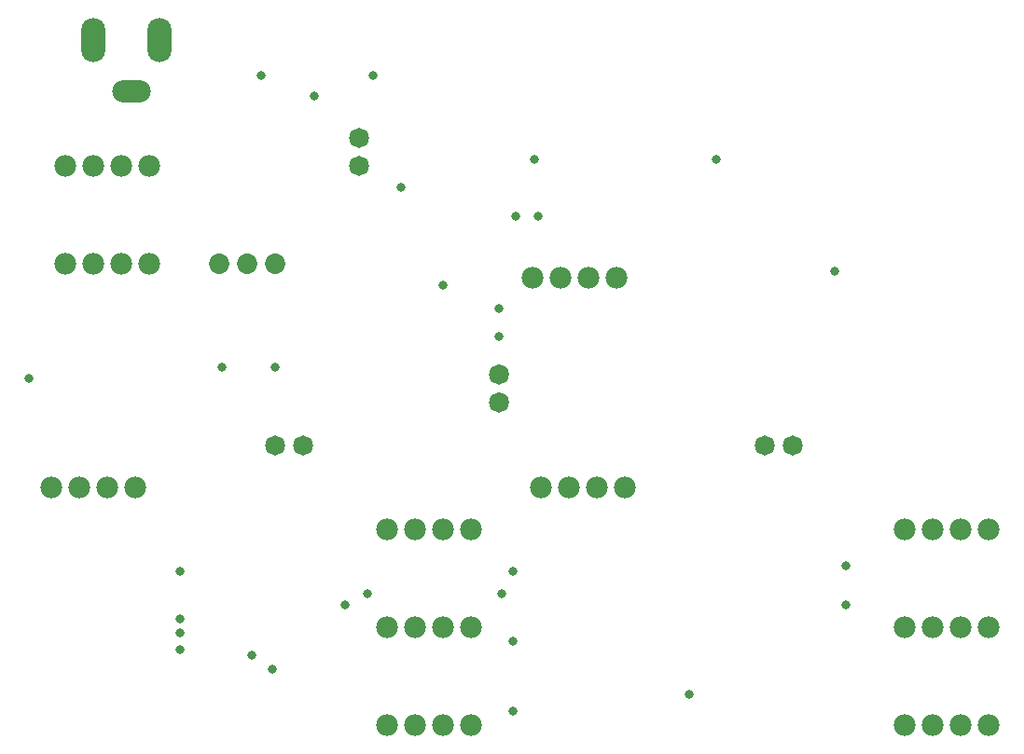
<source format=gbs>
G04*
G04 #@! TF.GenerationSoftware,Altium Limited,Altium Designer,25.2.1 (25)*
G04*
G04 Layer_Color=16711935*
%FSLAX25Y25*%
%MOIN*%
G70*
G04*
G04 #@! TF.SameCoordinates,99A0EC09-0DB1-4406-8349-B672291F68DE*
G04*
G04*
G04 #@! TF.FilePolarity,Negative*
G04*
G01*
G75*
%ADD25C,0.00000*%
%ADD32C,0.07178*%
%ADD33C,0.07800*%
%ADD34O,0.08674X0.15761*%
%ADD35O,0.13792X0.07887*%
%ADD36C,0.07296*%
%ADD37C,0.03300*%
D25*
X183390Y140500D02*
G03*
X183390Y140500I-3390J0D01*
G01*
Y150500D02*
G03*
X183390Y150500I-3390J0D01*
G01*
X133390Y235000D02*
G03*
X133390Y235000I-3390J0D01*
G01*
Y225000D02*
G03*
X133390Y225000I-3390J0D01*
G01*
X278390Y125000D02*
G03*
X278390Y125000I-3390J0D01*
G01*
X288390D02*
G03*
X288390Y125000I-3390J0D01*
G01*
X103390D02*
G03*
X103390Y125000I-3390J0D01*
G01*
X113390D02*
G03*
X113390Y125000I-3390J0D01*
G01*
D32*
X180000Y140500D02*
D03*
Y150500D02*
D03*
X130000Y235000D02*
D03*
Y225000D02*
D03*
X275000Y125000D02*
D03*
X285000D02*
D03*
X100000D02*
D03*
X110000D02*
D03*
D33*
X335000Y60000D02*
D03*
X325000D02*
D03*
X355000D02*
D03*
X345000D02*
D03*
X335000Y95000D02*
D03*
X325000D02*
D03*
X355000D02*
D03*
X345000D02*
D03*
X335000Y25000D02*
D03*
X325000D02*
D03*
X355000D02*
D03*
X345000D02*
D03*
X205000Y110000D02*
D03*
X195000D02*
D03*
X225000D02*
D03*
X215000D02*
D03*
X35000Y190000D02*
D03*
X25000D02*
D03*
X55000D02*
D03*
X45000D02*
D03*
X35000Y225000D02*
D03*
X25000D02*
D03*
X55000D02*
D03*
X45000D02*
D03*
X202000Y185000D02*
D03*
X192000D02*
D03*
X222000D02*
D03*
X212000D02*
D03*
X30000Y110000D02*
D03*
X20000D02*
D03*
X50000D02*
D03*
X40000D02*
D03*
X150000Y95000D02*
D03*
X140000D02*
D03*
X170000D02*
D03*
X160000D02*
D03*
X150000Y60000D02*
D03*
X140000D02*
D03*
X170000D02*
D03*
X160000D02*
D03*
X150000Y25000D02*
D03*
X140000D02*
D03*
X170000D02*
D03*
X160000D02*
D03*
D34*
X58622Y270000D02*
D03*
X35000D02*
D03*
D35*
X48779Y251693D02*
D03*
D36*
X100000Y190000D02*
D03*
X90000D02*
D03*
X80000D02*
D03*
D37*
X125000Y68000D02*
D03*
X181000Y72000D02*
D03*
X133000D02*
D03*
X99000Y45000D02*
D03*
X91750Y50000D02*
D03*
X180000Y164000D02*
D03*
Y174000D02*
D03*
X66000Y63000D02*
D03*
X192500Y227500D02*
D03*
X194000Y207000D02*
D03*
X186000D02*
D03*
X81000Y153000D02*
D03*
X100000D02*
D03*
X66000Y52000D02*
D03*
Y58000D02*
D03*
Y80000D02*
D03*
X12000Y149000D02*
D03*
X248000Y36000D02*
D03*
X304000Y68000D02*
D03*
Y82000D02*
D03*
X300000Y187500D02*
D03*
X185000Y30000D02*
D03*
Y55000D02*
D03*
Y80000D02*
D03*
X257500Y227500D02*
D03*
X160000Y182500D02*
D03*
X135000Y257500D02*
D03*
X95000D02*
D03*
X145000Y217500D02*
D03*
X114000Y250000D02*
D03*
M02*

</source>
